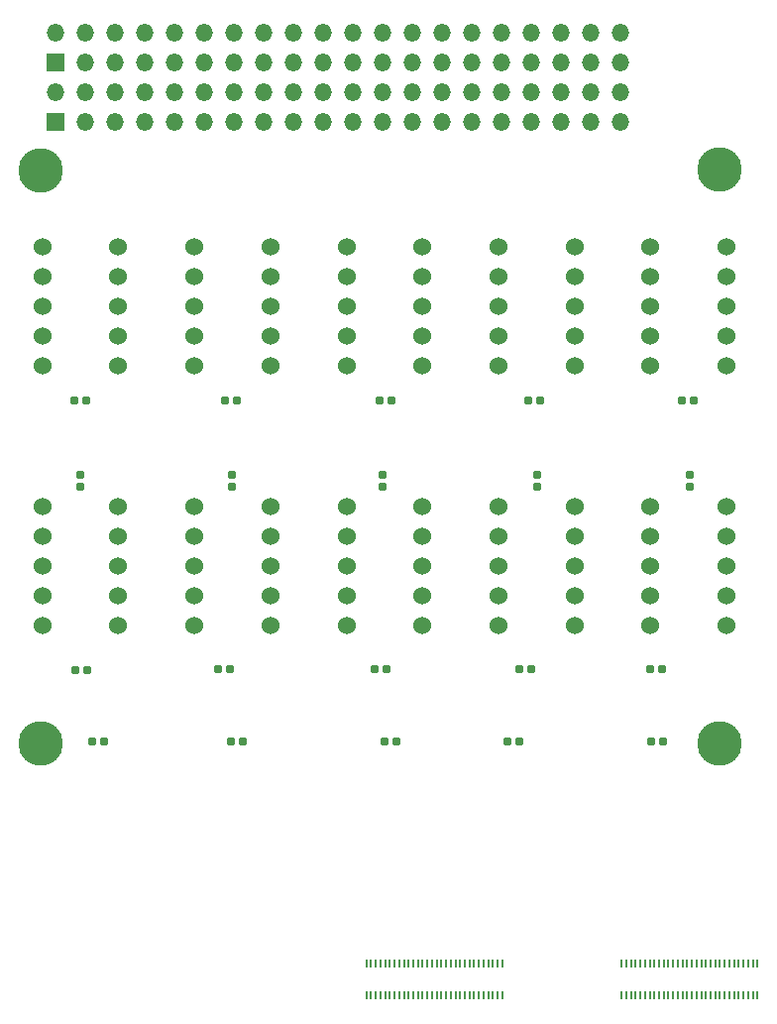
<source format=gbr>
%TF.GenerationSoftware,KiCad,Pcbnew,8.0.1*%
%TF.CreationDate,2024-06-10T14:17:39+05:30*%
%TF.ProjectId,GPIO HAT 1,4750494f-2048-4415-9420-312e6b696361,rev?*%
%TF.SameCoordinates,Original*%
%TF.FileFunction,Soldermask,Bot*%
%TF.FilePolarity,Negative*%
%FSLAX46Y46*%
G04 Gerber Fmt 4.6, Leading zero omitted, Abs format (unit mm)*
G04 Created by KiCad (PCBNEW 8.0.1) date 2024-06-10 14:17:39*
%MOMM*%
%LPD*%
G01*
G04 APERTURE LIST*
G04 Aperture macros list*
%AMRoundRect*
0 Rectangle with rounded corners*
0 $1 Rounding radius*
0 $2 $3 $4 $5 $6 $7 $8 $9 X,Y pos of 4 corners*
0 Add a 4 corners polygon primitive as box body*
4,1,4,$2,$3,$4,$5,$6,$7,$8,$9,$2,$3,0*
0 Add four circle primitives for the rounded corners*
1,1,$1+$1,$2,$3*
1,1,$1+$1,$4,$5*
1,1,$1+$1,$6,$7*
1,1,$1+$1,$8,$9*
0 Add four rect primitives between the rounded corners*
20,1,$1+$1,$2,$3,$4,$5,0*
20,1,$1+$1,$4,$5,$6,$7,0*
20,1,$1+$1,$6,$7,$8,$9,0*
20,1,$1+$1,$8,$9,$2,$3,0*%
G04 Aperture macros list end*
%ADD10C,1.524000*%
%ADD11R,1.500000X1.500000*%
%ADD12O,1.500000X1.500000*%
%ADD13C,3.810000*%
%ADD14RoundRect,0.102000X-0.237500X-0.250000X0.237500X-0.250000X0.237500X0.250000X-0.237500X0.250000X0*%
%ADD15RoundRect,0.102000X-0.250000X0.237500X-0.250000X-0.237500X0.250000X-0.237500X0.250000X0.237500X0*%
%ADD16RoundRect,0.102000X0.237500X0.250000X-0.237500X0.250000X-0.237500X-0.250000X0.237500X-0.250000X0*%
%ADD17R,0.230000X0.660000*%
G04 APERTURE END LIST*
D10*
%TO.C,J2*%
X87265933Y-102819200D03*
X87265933Y-105359200D03*
X87265933Y-107899200D03*
X87265933Y-110439200D03*
X87265933Y-112979200D03*
%TD*%
%TO.C,J14*%
X126229531Y-80619600D03*
X126229531Y-83159600D03*
X126229531Y-85699600D03*
X126229531Y-88239600D03*
X126229531Y-90779600D03*
%TD*%
%TO.C,J1*%
X80772000Y-102819200D03*
X80772000Y-105359200D03*
X80772000Y-107899200D03*
X80772000Y-110439200D03*
X80772000Y-112979200D03*
%TD*%
%TO.C,J9*%
X106747732Y-102819200D03*
X106747732Y-105359200D03*
X106747732Y-107899200D03*
X106747732Y-110439200D03*
X106747732Y-112979200D03*
%TD*%
%TO.C,J17*%
X132723464Y-80619600D03*
X132723464Y-83159600D03*
X132723464Y-85699600D03*
X132723464Y-88239600D03*
X132723464Y-90779600D03*
%TD*%
%TO.C,J13*%
X119735598Y-80619600D03*
X119735598Y-83159600D03*
X119735598Y-85699600D03*
X119735598Y-88239600D03*
X119735598Y-90779600D03*
%TD*%
D11*
%TO.C,J23*%
X81885400Y-69969700D03*
D12*
X81885400Y-67429700D03*
X84425400Y-69969700D03*
X84425400Y-67429700D03*
X86965400Y-69969700D03*
X86965400Y-67429700D03*
X89505400Y-69969700D03*
X89505400Y-67429700D03*
X92045400Y-69969700D03*
X92045400Y-67429700D03*
X94585400Y-69969700D03*
X94585400Y-67429700D03*
X97125400Y-69969700D03*
X97125400Y-67429700D03*
X99665400Y-69969700D03*
X99665400Y-67429700D03*
X102205400Y-69969700D03*
X102205400Y-67429700D03*
X104745400Y-69969700D03*
X104745400Y-67429700D03*
X107285400Y-69969700D03*
X107285400Y-67429700D03*
X109825400Y-69969700D03*
X109825400Y-67429700D03*
X112365400Y-69969700D03*
X112365400Y-67429700D03*
X114905400Y-69969700D03*
X114905400Y-67429700D03*
X117445400Y-69969700D03*
X117445400Y-67429700D03*
X119985400Y-69969700D03*
X119985400Y-67429700D03*
X122525400Y-69969700D03*
X122525400Y-67429700D03*
X125065400Y-69969700D03*
X125065400Y-67429700D03*
X127605400Y-69969700D03*
X127605400Y-67429700D03*
X130145400Y-69969700D03*
X130145400Y-67429700D03*
%TD*%
D13*
%TO.C,*%
X138640000Y-74009900D03*
%TD*%
D10*
%TO.C,J10*%
X113241665Y-102819200D03*
X113241665Y-105359200D03*
X113241665Y-107899200D03*
X113241665Y-110439200D03*
X113241665Y-112979200D03*
%TD*%
%TO.C,J7*%
X93759866Y-80619600D03*
X93759866Y-83159600D03*
X93759866Y-85699600D03*
X93759866Y-88239600D03*
X93759866Y-90779600D03*
%TD*%
%TO.C,J12*%
X113241665Y-80619600D03*
X113241665Y-83159600D03*
X113241665Y-85699600D03*
X113241665Y-88239600D03*
X113241665Y-90779600D03*
%TD*%
%TO.C,J15*%
X119735598Y-102819200D03*
X119735598Y-105359200D03*
X119735598Y-107899200D03*
X119735598Y-110439200D03*
X119735598Y-112979200D03*
%TD*%
%TO.C,J8*%
X100253799Y-80619600D03*
X100253799Y-83159600D03*
X100253799Y-85699600D03*
X100253799Y-88239600D03*
X100253799Y-90779600D03*
%TD*%
%TO.C,J16*%
X126229531Y-102819200D03*
X126229531Y-105359200D03*
X126229531Y-107899200D03*
X126229531Y-110439200D03*
X126229531Y-112979200D03*
%TD*%
%TO.C,J5*%
X93759866Y-102819200D03*
X93759866Y-105359200D03*
X93759866Y-107899200D03*
X93759866Y-110439200D03*
X93759866Y-112979200D03*
%TD*%
%TO.C,J19*%
X132723464Y-102819200D03*
X132723464Y-105359200D03*
X132723464Y-107899200D03*
X132723464Y-110439200D03*
X132723464Y-112979200D03*
%TD*%
%TO.C,J3*%
X80772000Y-80619600D03*
X80772000Y-83159600D03*
X80772000Y-85699600D03*
X80772000Y-88239600D03*
X80772000Y-90779600D03*
%TD*%
%TO.C,J11*%
X106747732Y-80619600D03*
X106747732Y-83159600D03*
X106747732Y-85699600D03*
X106747732Y-88239600D03*
X106747732Y-90779600D03*
%TD*%
D13*
%TO.C,*%
X80665400Y-74060700D03*
%TD*%
%TO.C,*%
X138640000Y-123031900D03*
%TD*%
D10*
%TO.C,J4*%
X87265933Y-80619600D03*
X87265933Y-83159600D03*
X87265933Y-85699600D03*
X87265933Y-88239600D03*
X87265933Y-90779600D03*
%TD*%
D11*
%TO.C,J24*%
X81885400Y-64889700D03*
D12*
X81885400Y-62349700D03*
X84425400Y-64889700D03*
X84425400Y-62349700D03*
X86965400Y-64889700D03*
X86965400Y-62349700D03*
X89505400Y-64889700D03*
X89505400Y-62349700D03*
X92045400Y-64889700D03*
X92045400Y-62349700D03*
X94585400Y-64889700D03*
X94585400Y-62349700D03*
X97125400Y-64889700D03*
X97125400Y-62349700D03*
X99665400Y-64889700D03*
X99665400Y-62349700D03*
X102205400Y-64889700D03*
X102205400Y-62349700D03*
X104745400Y-64889700D03*
X104745400Y-62349700D03*
X107285400Y-64889700D03*
X107285400Y-62349700D03*
X109825400Y-64889700D03*
X109825400Y-62349700D03*
X112365400Y-64889700D03*
X112365400Y-62349700D03*
X114905400Y-64889700D03*
X114905400Y-62349700D03*
X117445400Y-64889700D03*
X117445400Y-62349700D03*
X119985400Y-64889700D03*
X119985400Y-62349700D03*
X122525400Y-64889700D03*
X122525400Y-62349700D03*
X125065400Y-64889700D03*
X125065400Y-62349700D03*
X127605400Y-64889700D03*
X127605400Y-62349700D03*
X130145400Y-64889700D03*
X130145400Y-62349700D03*
%TD*%
D10*
%TO.C,J20*%
X139217400Y-102819200D03*
X139217400Y-105359200D03*
X139217400Y-107899200D03*
X139217400Y-110439200D03*
X139217400Y-112979200D03*
%TD*%
D13*
%TO.C,*%
X80640000Y-123031900D03*
%TD*%
D10*
%TO.C,J18*%
X139217400Y-80619600D03*
X139217400Y-83159600D03*
X139217400Y-85699600D03*
X139217400Y-88239600D03*
X139217400Y-90779600D03*
%TD*%
%TO.C,J6*%
X100253799Y-102819200D03*
X100253799Y-105359200D03*
X100253799Y-107899200D03*
X100253799Y-110439200D03*
X100253799Y-112979200D03*
%TD*%
D14*
%TO.C,C9*%
X109978000Y-122809000D03*
X111002000Y-122809000D03*
%TD*%
%TO.C,C6*%
X95754000Y-116690000D03*
X96778000Y-116690000D03*
%TD*%
%TO.C,C14*%
X122297000Y-93751400D03*
X123321000Y-93751400D03*
%TD*%
%TO.C,C19*%
X121509600Y-116690000D03*
X122533600Y-116690000D03*
%TD*%
%TO.C,C18*%
X135403400Y-93751400D03*
X136427400Y-93751400D03*
%TD*%
D15*
%TO.C,C4*%
X84023200Y-100046600D03*
X84023200Y-101070600D03*
%TD*%
D14*
%TO.C,C10*%
X109161200Y-116690000D03*
X110185200Y-116690000D03*
%TD*%
%TO.C,C3*%
X83511200Y-93751400D03*
X84535200Y-93751400D03*
%TD*%
%TO.C,C5*%
X96871600Y-122809000D03*
X97895600Y-122809000D03*
%TD*%
%TO.C,C20*%
X132680600Y-116690000D03*
X133704600Y-116690000D03*
%TD*%
D16*
%TO.C,C15*%
X121492200Y-122809000D03*
X120468200Y-122809000D03*
%TD*%
%TO.C,C16*%
X133811200Y-122809000D03*
X132787200Y-122809000D03*
%TD*%
D14*
%TO.C,C8*%
X96363600Y-93751400D03*
X97387600Y-93751400D03*
%TD*%
%TO.C,C1*%
X85004800Y-122809000D03*
X86028800Y-122809000D03*
%TD*%
D17*
%TO.C,J21*%
X108460000Y-144565000D03*
X108860000Y-144565000D03*
X109260000Y-144565000D03*
X109660000Y-144565000D03*
X110060000Y-144565000D03*
X110460000Y-144565000D03*
X110860000Y-144565000D03*
X111260000Y-144565000D03*
X111660000Y-144565000D03*
X112060000Y-144565000D03*
X112460000Y-144565000D03*
X112860000Y-144565000D03*
X113260000Y-144565000D03*
X113660000Y-144565000D03*
X114060000Y-144565000D03*
X114460000Y-144565000D03*
X114860000Y-144565000D03*
X115260000Y-144565000D03*
X115660000Y-144565000D03*
X116060000Y-144565000D03*
X116460000Y-144565000D03*
X116860000Y-144565000D03*
X117260000Y-144565000D03*
X117660000Y-144565000D03*
X118060000Y-144565000D03*
X118460000Y-144565000D03*
X118860000Y-144565000D03*
X119260000Y-144565000D03*
X119660000Y-144565000D03*
X120060000Y-144565000D03*
X120060000Y-141855000D03*
X119660000Y-141855000D03*
X119260000Y-141855000D03*
X118860000Y-141855000D03*
X118460000Y-141855000D03*
X118060000Y-141855000D03*
X117660000Y-141855000D03*
X117260000Y-141855000D03*
X116860000Y-141855000D03*
X116460000Y-141855000D03*
X116060000Y-141855000D03*
X115660000Y-141855000D03*
X115260000Y-141855000D03*
X114860000Y-141855000D03*
X114460000Y-141855000D03*
X114060000Y-141855000D03*
X113660000Y-141855000D03*
X113260000Y-141855000D03*
X112860000Y-141855000D03*
X112460000Y-141855000D03*
X112060000Y-141855000D03*
X111660000Y-141855000D03*
X111260000Y-141855000D03*
X110860000Y-141855000D03*
X110460000Y-141855000D03*
X110060000Y-141855000D03*
X109660000Y-141855000D03*
X109260000Y-141855000D03*
X108860000Y-141855000D03*
X108460000Y-141855000D03*
%TD*%
D15*
%TO.C,C11*%
X109824600Y-100046600D03*
X109824600Y-101070600D03*
%TD*%
D14*
%TO.C,C2*%
X83582400Y-116740800D03*
X84606400Y-116740800D03*
%TD*%
D17*
%TO.C,J22*%
X141860000Y-141855000D03*
X141460000Y-141855000D03*
X141060000Y-141855000D03*
X140660000Y-141855000D03*
X140260000Y-141855000D03*
X139860000Y-141855000D03*
X139460000Y-141855000D03*
X139060000Y-141855000D03*
X138660000Y-141855000D03*
X138260000Y-141855000D03*
X137860000Y-141855000D03*
X137460000Y-141855000D03*
X137060000Y-141855000D03*
X136660000Y-141855000D03*
X136260000Y-141855000D03*
X135860000Y-141855000D03*
X135460000Y-141855000D03*
X135060000Y-141855000D03*
X134660000Y-141855000D03*
X134260000Y-141855000D03*
X133860000Y-141855000D03*
X133460000Y-141855000D03*
X133060000Y-141855000D03*
X132660000Y-141855000D03*
X132260000Y-141855000D03*
X131860000Y-141855000D03*
X131460000Y-141855000D03*
X131060000Y-141855000D03*
X130660000Y-141855000D03*
X130260000Y-141855000D03*
X130260000Y-144565000D03*
X130660000Y-144565000D03*
X131060000Y-144565000D03*
X131460000Y-144565000D03*
X131860000Y-144565000D03*
X132260000Y-144565000D03*
X132660000Y-144565000D03*
X133060000Y-144565000D03*
X133460000Y-144565000D03*
X133860000Y-144565000D03*
X134260000Y-144565000D03*
X134660000Y-144565000D03*
X135060000Y-144565000D03*
X135460000Y-144565000D03*
X135860000Y-144565000D03*
X136260000Y-144565000D03*
X136660000Y-144565000D03*
X137060000Y-144565000D03*
X137460000Y-144565000D03*
X137860000Y-144565000D03*
X138260000Y-144565000D03*
X138660000Y-144565000D03*
X139060000Y-144565000D03*
X139460000Y-144565000D03*
X139860000Y-144565000D03*
X140260000Y-144565000D03*
X140660000Y-144565000D03*
X141060000Y-144565000D03*
X141460000Y-144565000D03*
X141860000Y-144565000D03*
%TD*%
D15*
%TO.C,C7*%
X96926400Y-100046600D03*
X96926400Y-101070600D03*
%TD*%
D14*
%TO.C,C12*%
X109597000Y-93751400D03*
X110621000Y-93751400D03*
%TD*%
D15*
%TO.C,C13*%
X123012200Y-100046600D03*
X123012200Y-101070600D03*
%TD*%
%TO.C,C17*%
X136042400Y-100046600D03*
X136042400Y-101070600D03*
%TD*%
M02*

</source>
